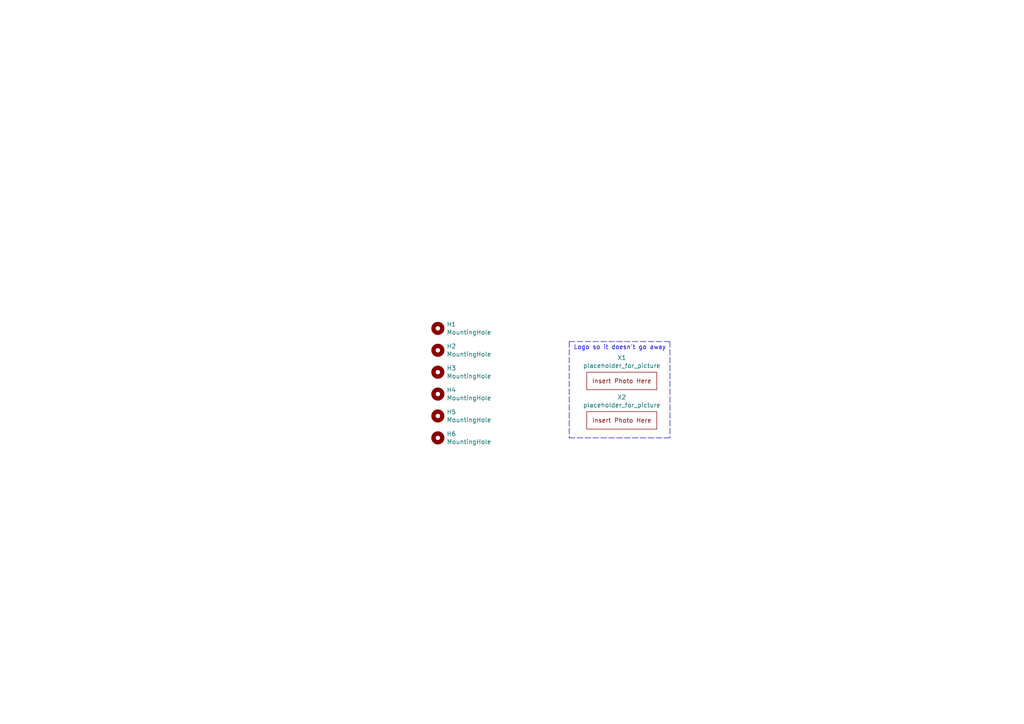
<source format=kicad_sch>
(kicad_sch (version 20211123) (generator eeschema)
  (paper "A4")
  (lib_symbols
    (symbol "LHRE_Component_Library:placeholder_for_picture" (pin_names (offset 1.016))
      (property "Reference" "X" (at 0 -3.81 0))
      (property "Value" "LHRE_Component_Library_placeholder_for_picture" (at 0 3.81 0))
      (symbol "placeholder_for_picture_0_0"
        (rectangle (start -10.16 2.54) (end 10.16 -2.54))
        (text "Insert Photo Here" (at 0 0 0) (effects (font (size 1.27 1.27))))
      )
    )
    (symbol "Mechanical:MountingHole" (pin_names (offset 1.016))
      (property "Reference" "H" (at 0 5.08 0))
      (property "Value" "MountingHole" (at 0 3.175 0))
      (symbol "MountingHole_0_1"
        (circle (center 0 0) (radius 1.27) (stroke (width 1.27)))
      )
    )
  )
  (polyline (pts (xy 165.1 127) (xy 194.31 127)))
  (polyline (pts (xy 165.1 99.06) (xy 165.1 127)))
  (polyline (pts (xy 194.31 99.06) (xy 194.31 127)))
  (polyline (pts (xy 165.1 99.06) (xy 194.31 99.06)))
  (text "Logo so it doesn't go away" (at 166.37 101.6 0) (effects (font (size 1.27 1.27)) (justify left bottom)))
  (symbol (lib_id "Mechanical:MountingHole") (at 127 95.25 0) (unit 1)
    (property "Reference" "H1" (at 129.54 94.0816 0) (effects (justify left)))
    (property "Value" "MountingHole" (at 129.54 96.393 0) (effects (justify left)))
    (property "Footprint" "MountingHole:MountingHole_3.7mm" (effects hide))
  )
  (symbol (lib_id "Mechanical:MountingHole") (at 127 101.6 0) (unit 1)
    (property "Reference" "H2" (at 129.54 100.4316 0) (effects (justify left)))
    (property "Value" "MountingHole" (at 129.54 102.743 0) (effects (justify left)))
    (property "Footprint" "MountingHole:MountingHole_3.7mm" (effects hide))
  )
  (symbol (lib_id "Mechanical:MountingHole") (at 127 107.95 0) (unit 1)
    (property "Reference" "H3" (at 129.54 106.7816 0) (effects (justify left)))
    (property "Value" "MountingHole" (at 129.54 109.093 0) (effects (justify left)))
    (property "Footprint" "MountingHole:MountingHole_3.7mm" (effects hide))
  )
  (symbol (lib_id "Mechanical:MountingHole") (at 127 114.3 0) (unit 1)
    (property "Reference" "H4" (at 129.54 113.1316 0) (effects (justify left)))
    (property "Value" "MountingHole" (at 129.54 115.443 0) (effects (justify left)))
    (property "Footprint" "MountingHole:MountingHole_3.7mm" (effects hide))
  )
  (symbol (lib_id "Mechanical:MountingHole") (at 127 120.65 0) (unit 1)
    (property "Reference" "H5" (at 129.54 119.4816 0) (effects (justify left)))
    (property "Value" "MountingHole" (at 129.54 121.793 0) (effects (justify left)))
    (property "Footprint" "MountingHole:MountingHole_3.7mm" (effects hide))
  )
  (symbol (lib_id "Mechanical:MountingHole") (at 127 127 0) (unit 1)
    (property "Reference" "H6" (at 129.54 125.8316 0) (effects (justify left)))
    (property "Value" "MountingHole" (at 129.54 128.143 0) (effects (justify left)))
    (property "Footprint" "MountingHole:MountingHole_3.7mm" (effects hide))
  )
  (symbol (lib_id "LHRE_Component_Library:placeholder_for_picture") (at 180.34 110.49 0) (unit 1)
    (property "Reference" "X1" (at 180.34 103.759 0))
    (property "Value" "placeholder_for_picture" (at 180.34 106.0704 0))
    (property "Footprint" "LHRE Footprint Library:g_noidontwantthat" (effects hide))
  )
  (symbol (lib_id "LHRE_Component_Library:placeholder_for_picture") (at 180.34 121.92 0) (unit 1)
    (property "Reference" "X2" (at 180.34 115.189 0))
    (property "Value" "placeholder_for_picture" (at 180.34 117.5004 0))
    (property "Footprint" "LHRE Footprint Library:logo_lhr" (effects hide))
  )
)
</source>
